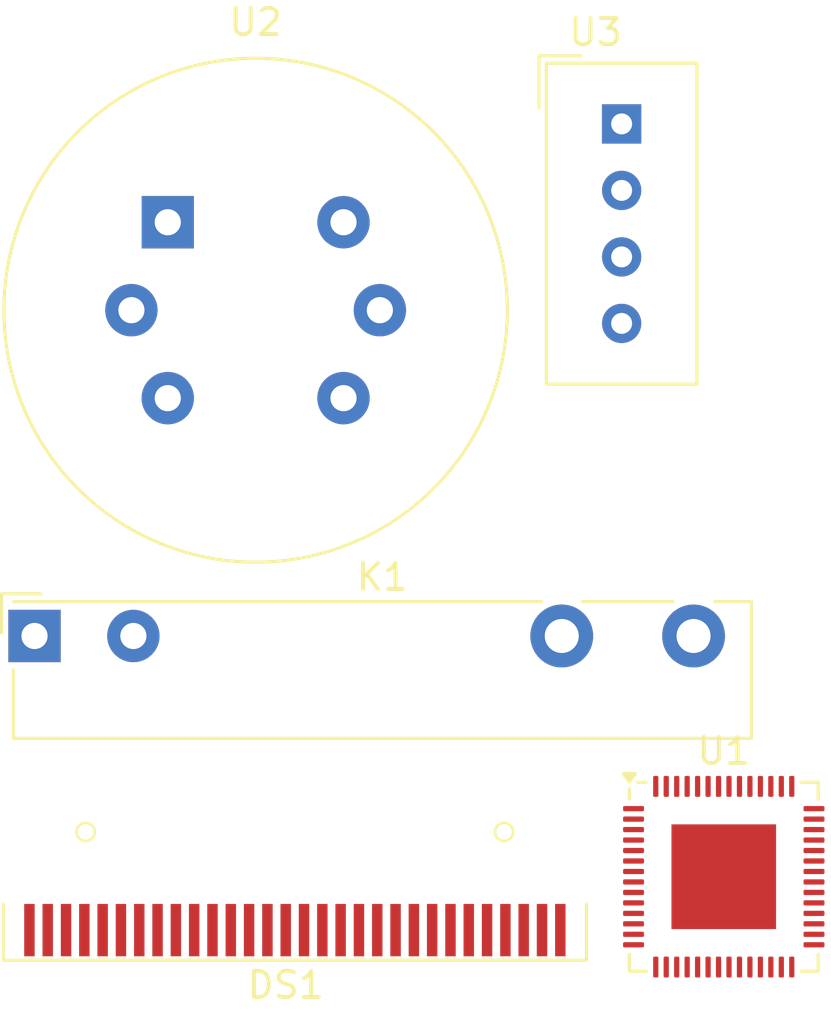
<source format=kicad_pcb>
(kicad_pcb (version 20240108) (generator "pcbnew") (generator_version "8.0")
  (layers (0 "F.Cu" signal) (31 "B.Cu" signal) (34 "B.Paste" user) (35 "F.Paste" user) (36 "B.SilkS" user "B.Silkscreen") (37 "F.SilkS" user "F.Silkscreen") (38 "B.Mask" user) (39 "F.Mask" user) (44 "Edge.Cuts" user))
  (net 0 "")
  (net 1 "Net-(DS1-VSS)")
  (net 18 "Net-(U1-GND)")
  (net 27 "Net-(DS1-VLSS)")
  (net 30 "Net-(U1-GPIO10)")
  (net 38 "Net-(U1-VDD3P3-Pad2)")
  (net 42 "Net-(U1-LNA_IN)")
  (net 64 "Net-(U1-MTDI)")
  (footprint "Display:OLED-128O064D" (layer "F.Cu") (at 104.65 97.94)
    (property "Reference" "DS1" (at -0.35 2.1 0) (layer "F.SilkS"))
    (property "Value" "OLED-128O064D")
    (fp_line (start -11.15 -1) (end -11.15 1.15) (stroke (width 0.12)) (layer "F.SilkS"))
    (fp_line (start -11.15 1.15) (end 11.15 1.15) (stroke (width 0.12)) (layer "F.SilkS"))
    (fp_line (start 11.15 1.15) (end 11.15 -1) (stroke (width 0.12)) (layer "F.SilkS"))
    (fp_circle (center -8 -3.75) (end -7.65 -3.75) (stroke (width 0.1)) (fill none) (layer "F.SilkS"))
    (fp_circle (center 8 -3.75) (end 8.35 -3.75) (stroke (width 0.1)) (fill none) (layer "F.SilkS"))
    (pad "1" smd rect (at -10.15 0) (size 0.4 2) (layers "F.Cu" "F.Paste" "F.Mask") (net 18 "Net-(U1-GND)"))
    (pad "2" smd rect (at -9.45 0) (size 0.4 2) (layers "F.Cu" "F.Paste" "F.Mask"))
    (pad "3" smd rect (at -8.75 0) (size 0.4 2) (layers "F.Cu" "F.Paste" "F.Mask"))
    (pad "4" smd rect (at -8.05 0) (size 0.4 2) (layers "F.Cu" "F.Paste" "F.Mask"))
    (pad "5" smd rect (at -7.35 0) (size 0.4 2) (layers "F.Cu" "F.Paste" "F.Mask"))
    (pad "6" smd rect (at -6.65 0) (size 0.4 2) (layers "F.Cu" "F.Paste" "F.Mask"))
    (pad "7" smd rect (at -5.95 0) (size 0.4 2) (layers "F.Cu" "F.Paste" "F.Mask"))
    (pad "8" smd rect (at -5.25 0) (size 0.4 2) (layers "F.Cu" "F.Paste" "F.Mask") (net 1 "Net-(DS1-VSS)"))
    (pad "9" smd rect (at -4.55 0) (size 0.4 2) (layers "F.Cu" "F.Paste" "F.Mask"))
    (pad "10" smd rect (at -3.85 0) (size 0.4 2) (layers "F.Cu" "F.Paste" "F.Mask"))
    (pad "11" smd rect (at -3.15 0) (size 0.4 2) (layers "F.Cu" "F.Paste" "F.Mask"))
    (pad "12" smd rect (at -2.45 0) (size 0.4 2) (layers "F.Cu" "F.Paste" "F.Mask"))
    (pad "13" smd rect (at -1.75 0) (size 0.4 2) (layers "F.Cu" "F.Paste" "F.Mask"))
    (pad "14" smd rect (at -1.05 0) (size 0.4 2) (layers "F.Cu" "F.Paste" "F.Mask"))
    (pad "15" smd rect (at -0.35 0) (size 0.4 2) (layers "F.Cu" "F.Paste" "F.Mask"))
    (pad "16" smd rect (at 0.35 0) (size 0.4 2) (layers "F.Cu" "F.Paste" "F.Mask"))
    (pad "17" smd rect (at 1.05 0) (size 0.4 2) (layers "F.Cu" "F.Paste" "F.Mask"))
    (pad "18" smd rect (at 1.75 0) (size 0.4 2) (layers "F.Cu" "F.Paste" "F.Mask"))
    (pad "19" smd rect (at 2.45 0) (size 0.4 2) (layers "F.Cu" "F.Paste" "F.Mask"))
    (pad "20" smd rect (at 3.15 0) (size 0.4 2) (layers "F.Cu" "F.Paste" "F.Mask"))
    (pad "21" smd rect (at 3.85 0) (size 0.4 2) (layers "F.Cu" "F.Paste" "F.Mask"))
    (pad "22" smd rect (at 4.55 0) (size 0.4 2) (layers "F.Cu" "F.Paste" "F.Mask"))
    (pad "23" smd rect (at 5.25 0) (size 0.4 2) (layers "F.Cu" "F.Paste" "F.Mask"))
    (pad "24" smd rect (at 5.95 0) (size 0.4 2) (layers "F.Cu" "F.Paste" "F.Mask"))
    (pad "25" smd rect (at 6.65 0) (size 0.4 2) (layers "F.Cu" "F.Paste" "F.Mask"))
    (pad "26" smd rect (at 7.35 0) (size 0.4 2) (layers "F.Cu" "F.Paste" "F.Mask"))
    (pad "27" smd rect (at 8.05 0) (size 0.4 2) (layers "F.Cu" "F.Paste" "F.Mask"))
    (pad "28" smd rect (at 8.75 0) (size 0.4 2) (layers "F.Cu" "F.Paste" "F.Mask"))
    (pad "29" smd rect (at 9.45 0) (size 0.4 2) (layers "F.Cu" "F.Paste" "F.Mask") (net 27 "Net-(DS1-VLSS)"))
    (pad "30" smd rect (at 10.15 0) (size 0.4 2) (layers "F.Cu" "F.Paste" "F.Mask") (net 18 "Net-(U1-GND)"))
  )
  (footprint "Package_DFN_QFN:QFN-56-1EP_7x7mm_P0.4mm_EP4x4mm" (layer "F.Cu") (at 121.05 95.9)
    (property "Reference" "U1" (at 0 -4.8 0) (layer "F.SilkS"))
    (property "Value" "ESP32-S3")
    (fp_line (start -3.61 -2.96) (end -3.61 -3.37) (stroke (width 0.12)) (layer "F.SilkS"))
    (fp_line (start -3.61 3.61) (end -3.61 2.96) (stroke (width 0.12)) (layer "F.SilkS"))
    (fp_line (start -2.96 -3.61) (end -3.31 -3.61) (stroke (width 0.12)) (layer "F.SilkS"))
    (fp_line (start -2.96 3.61) (end -3.61 3.61) (stroke (width 0.12)) (layer "F.SilkS"))
    (fp_line (start 2.96 -3.61) (end 3.61 -3.61) (stroke (width 0.12)) (layer "F.SilkS"))
    (fp_line (start 2.96 3.61) (end 3.61 3.61) (stroke (width 0.12)) (layer "F.SilkS"))
    (fp_line (start 3.61 -3.61) (end 3.61 -2.96) (stroke (width 0.12)) (layer "F.SilkS"))
    (fp_line (start 3.61 3.61) (end 3.61 2.96) (stroke (width 0.12)) (layer "F.SilkS"))
    (fp_poly (pts (xy -3.61 -3.61) (xy -3.85 -3.94) (xy -3.37 -3.94) (xy -3.61 -3.61)) (stroke (width 0.12)) (fill solid) (layer "F.SilkS"))
    (pad "1" smd roundrect (at -3.45 -2.6) (size 0.8 0.2) (layers "F.Cu" "F.Paste" "F.Mask") (net 42 "Net-(U1-LNA_IN)"))
    (pad "2" smd roundrect (at -3.45 -2.2) (size 0.8 0.2) (layers "F.Cu" "F.Paste" "F.Mask") (net 38 "Net-(U1-VDD3P3-Pad2)"))
    (pad "3" smd roundrect (at -3.45 -1.8) (size 0.8 0.2) (layers "F.Cu" "F.Paste" "F.Mask") (net 38 "Net-(U1-VDD3P3-Pad2)"))
    (pad "4" smd roundrect (at -3.45 -1.4) (size 0.8 0.2) (layers "F.Cu" "F.Paste" "F.Mask"))
    (pad "5" smd roundrect (at -3.45 -1) (size 0.8 0.2) (layers "F.Cu" "F.Paste" "F.Mask"))
    (pad "6" smd roundrect (at -3.45 -0.6) (size 0.8 0.2) (layers "F.Cu" "F.Paste" "F.Mask"))
    (pad "7" smd roundrect (at -3.45 -0.2) (size 0.8 0.2) (layers "F.Cu" "F.Paste" "F.Mask"))
    (pad "8" smd roundrect (at -3.45 0.2) (size 0.8 0.2) (layers "F.Cu" "F.Paste" "F.Mask"))
    (pad "9" smd roundrect (at -3.45 0.6) (size 0.8 0.2) (layers "F.Cu" "F.Paste" "F.Mask"))
    (pad "10" smd roundrect (at -3.45 1) (size 0.8 0.2) (layers "F.Cu" "F.Paste" "F.Mask"))
    (pad "11" smd roundrect (at -3.45 1.4) (size 0.8 0.2) (layers "F.Cu" "F.Paste" "F.Mask"))
    (pad "12" smd roundrect (at -3.45 1.8) (size 0.8 0.2) (layers "F.Cu" "F.Paste" "F.Mask"))
    (pad "13" smd roundrect (at -3.45 2.2) (size 0.8 0.2) (layers "F.Cu" "F.Paste" "F.Mask"))
    (pad "14" smd roundrect (at -3.45 2.6) (size 0.8 0.2) (layers "F.Cu" "F.Paste" "F.Mask"))
    (pad "15" smd roundrect (at -2.6 3.45) (size 0.2 0.8) (layers "F.Cu" "F.Paste" "F.Mask") (net 30 "Net-(U1-GPIO10)"))
    (pad "16" smd roundrect (at -2.2 3.45) (size 0.2 0.8) (layers "F.Cu" "F.Paste" "F.Mask"))
    (pad "17" smd roundrect (at -1.8 3.45) (size 0.2 0.8) (layers "F.Cu" "F.Paste" "F.Mask"))
    (pad "18" smd roundrect (at -1.4 3.45) (size 0.2 0.8) (layers "F.Cu" "F.Paste" "F.Mask"))
    (pad "19" smd roundrect (at -1 3.45) (size 0.2 0.8) (layers "F.Cu" "F.Paste" "F.Mask"))
    (pad "20" smd roundrect (at -0.6 3.45) (size 0.2 0.8) (layers "F.Cu" "F.Paste" "F.Mask"))
    (pad "21" smd roundrect (at -0.2 3.45) (size 0.2 0.8) (layers "F.Cu" "F.Paste" "F.Mask"))
    (pad "22" smd roundrect (at 0.2 3.45) (size 0.2 0.8) (layers "F.Cu" "F.Paste" "F.Mask"))
    (pad "23" smd roundrect (at 0.6 3.45) (size 0.2 0.8) (layers "F.Cu" "F.Paste" "F.Mask"))
    (pad "24" smd roundrect (at 1 3.45) (size 0.2 0.8) (layers "F.Cu" "F.Paste" "F.Mask"))
    (pad "25" smd roundrect (at 1.4 3.45) (size 0.2 0.8) (layers "F.Cu" "F.Paste" "F.Mask"))
    (pad "26" smd roundrect (at 1.8 3.45) (size 0.2 0.8) (layers "F.Cu" "F.Paste" "F.Mask"))
    (pad "27" smd roundrect (at 2.2 3.45) (size 0.2 0.8) (layers "F.Cu" "F.Paste" "F.Mask"))
    (pad "28" smd roundrect (at 2.6 3.45) (size 0.2 0.8) (layers "F.Cu" "F.Paste" "F.Mask"))
    (pad "29" smd roundrect (at 3.45 2.6) (size 0.8 0.2) (layers "F.Cu" "F.Paste" "F.Mask"))
    (pad "30" smd roundrect (at 3.45 2.2) (size 0.8 0.2) (layers "F.Cu" "F.Paste" "F.Mask"))
    (pad "31" smd roundrect (at 3.45 1.8) (size 0.8 0.2) (layers "F.Cu" "F.Paste" "F.Mask"))
    (pad "32" smd roundrect (at 3.45 1.4) (size 0.8 0.2) (layers "F.Cu" "F.Paste" "F.Mask"))
    (pad "33" smd roundrect (at 3.45 1) (size 0.8 0.2) (layers "F.Cu" "F.Paste" "F.Mask"))
    (pad "34" smd roundrect (at 3.45 0.6) (size 0.8 0.2) (layers "F.Cu" "F.Paste" "F.Mask"))
    (pad "35" smd roundrect (at 3.45 0.2) (size 0.8 0.2) (layers "F.Cu" "F.Paste" "F.Mask"))
    (pad "36" smd roundrect (at 3.45 -0.2) (size 0.8 0.2) (layers "F.Cu" "F.Paste" "F.Mask"))
    (pad "37" smd roundrect (at 3.45 -0.6) (size 0.8 0.2) (layers "F.Cu" "F.Paste" "F.Mask"))
    (pad "38" smd roundrect (at 3.45 -1) (size 0.8 0.2) (layers "F.Cu" "F.Paste" "F.Mask"))
    (pad "39" smd roundrect (at 3.45 -1.4) (size 0.8 0.2) (layers "F.Cu" "F.Paste" "F.Mask"))
    (pad "40" smd roundrect (at 3.45 -1.8) (size 0.8 0.2) (layers "F.Cu" "F.Paste" "F.Mask"))
    (pad "41" smd roundrect (at 3.45 -2.2) (size 0.8 0.2) (layers "F.Cu" "F.Paste" "F.Mask"))
    (pad "42" smd roundrect (at 3.45 -2.6) (size 0.8 0.2) (layers "F.Cu" "F.Paste" "F.Mask"))
    (pad "43" smd roundrect (at 2.6 -3.45) (size 0.2 0.8) (layers "F.Cu" "F.Paste" "F.Mask") (net 27 "Net-(DS1-VLSS)"))
    (pad "44" smd roundrect (at 2.2 -3.45) (size 0.2 0.8) (layers "F.Cu" "F.Paste" "F.Mask") (net 1 "Net-(DS1-VSS)"))
    (pad "45" smd roundrect (at 1.8 -3.45) (size 0.2 0.8) (layers "F.Cu" "F.Paste" "F.Mask") (net 27 "Net-(DS1-VLSS)"))
    (pad "46" smd roundrect (at 1.4 -3.45) (size 0.2 0.8) (layers "F.Cu" "F.Paste" "F.Mask"))
    (pad "47" smd roundrect (at 1 -3.45) (size 0.2 0.8) (layers "F.Cu" "F.Paste" "F.Mask") (net 64 "Net-(U1-MTDI)"))
    (pad "48" smd roundrect (at 0.6 -3.45) (size 0.2 0.8) (layers "F.Cu" "F.Paste" "F.Mask"))
    (pad "49" smd roundrect (at 0.2 -3.45) (size 0.2 0.8) (layers "F.Cu" "F.Paste" "F.Mask"))
    (pad "50" smd roundrect (at -0.2 -3.45) (size 0.2 0.8) (layers "F.Cu" "F.Paste" "F.Mask"))
    (pad "51" smd roundrect (at -0.6 -3.45) (size 0.2 0.8) (layers "F.Cu" "F.Paste" "F.Mask"))
    (pad "52" smd roundrect (at -1 -3.45) (size 0.2 0.8) (layers "F.Cu" "F.Paste" "F.Mask"))
    (pad "53" smd roundrect (at -1.4 -3.45) (size 0.2 0.8) (layers "F.Cu" "F.Paste" "F.Mask"))
    (pad "54" smd roundrect (at -1.8 -3.45) (size 0.2 0.8) (layers "F.Cu" "F.Paste" "F.Mask"))
    (pad "55" smd roundrect (at -2.2 -3.45) (size 0.2 0.8) (layers "F.Cu" "F.Paste" "F.Mask") (net 30 "Net-(U1-GPIO10)"))
    (pad "56" smd roundrect (at -2.6 -3.45) (size 0.2 0.8) (layers "F.Cu" "F.Paste" "F.Mask") (net 30 "Net-(U1-GPIO10)"))
    (pad "57" smd rect (at 0 0) (size 4 4) (property pad_prop_heatsink) (layers "F.Cu" "F.Mask") (net 18 "Net-(U1-GND)"))
  )
  (footprint "Relay_THT:Relay_SPST-NO_Fujitsu_FTR-LYAA005x_FormA_Vertical" (layer "F.Cu") (at 94.695 86.705)
    (property "Reference" "K1" (at 13.3 -2.25 0) (layer "F.SilkS"))
    (property "Value" "Fujitsu_FTR-LYAA005x")
    (fp_line (start -1.26 -1.61) (end 0.24 -1.61) (stroke (width 0.12)) (layer "F.SilkS"))
    (fp_line (start -1.26 -0.11) (end -1.26 -1.61) (stroke (width 0.12)) (layer "F.SilkS"))
    (fp_line (start -0.81 3.91) (end -0.81 1.3) (stroke (width 0.12)) (layer "F.SilkS"))
    (fp_line (start -0.81 3.91) (end 27.41 3.91) (stroke (width 0.12)) (layer "F.SilkS"))
    (fp_line (start 19.4 -1.31) (end -0.81 -1.31) (stroke (width 0.12)) (layer "F.SilkS"))
    (fp_line (start 20.94 -1.31) (end 24.42 -1.31) (stroke (width 0.12)) (layer "F.SilkS"))
    (fp_line (start 26 -1.31) (end 27.41 -1.31) (stroke (width 0.12)) (layer "F.SilkS"))
    (fp_line (start 27.41 3.91) (end 27.41 -1.31) (stroke (width 0.12)) (layer "F.SilkS"))
    (pad "13" thru_hole circle (at 20.16 0) (size 2.4 2.4) (drill 1.3) (layers "*.Cu" "*.Mask") (net 27 "Net-(DS1-VLSS)"))
    (pad "14" thru_hole circle (at 25.2 0) (size 2.4 2.4) (drill 1.3) (layers "*.Cu" "*.Mask") (net 30 "Net-(U1-GPIO10)"))
    (pad "A1" thru_hole rect (at 0 0) (size 2 2) (drill 1) (layers "*.Cu" "*.Mask") (net 30 "Net-(U1-GPIO10)"))
    (pad "A2" thru_hole circle (at 3.78 0) (size 2 2) (drill 1) (layers "*.Cu" "*.Mask") (net 27 "Net-(DS1-VLSS)"))
  )
  (footprint "Sensor:MQ-6" (layer "F.Cu") (at 99.79 70.9)
    (property "Reference" "U2" (at 3.36 -7.64 0) (layer "F.SilkS"))
    (property "Value" "MQ-6")
    (fp_circle (center 3.36 3.36) (end 12.985 3.36) (stroke (width 0.12)) (fill none) (layer "F.SilkS"))
    (pad "1" thru_hole rect (at 0 0) (size 2 2) (drill 1) (layers "*.Cu" "*.Mask"))
    (pad "2" thru_hole circle (at -1.39 3.36) (size 2 2) (drill 1) (layers "*.Cu" "*.Mask"))
    (pad "3" thru_hole circle (at 0 6.72 90) (size 2 2) (drill 1) (layers "*.Cu" "*.Mask"))
    (pad "4" thru_hole circle (at 6.72 6.72 180) (size 2 2) (drill 1) (layers "*.Cu" "*.Mask"))
    (pad "5" thru_hole circle (at 8.11 3.36) (size 2 2) (drill 1) (layers "*.Cu" "*.Mask") (net 27 "Net-(DS1-VLSS)"))
    (pad "6" thru_hole circle (at 6.72 0 270) (size 2 2) (drill 1) (layers "*.Cu" "*.Mask"))
  )
  (footprint "Sensor:Aosong_DHT11_5.5x12.0_P2.54mm" (layer "F.Cu") (at 117.145 67.145)
    (property "Reference" "U3" (at -1 -3.5 0) (layer "F.SilkS"))
    (property "Value" "DHT11")
    (fp_line (start -3.16 -2.6) (end -3.16 -0.6) (stroke (width 0.12)) (layer "F.SilkS"))
    (fp_line (start -3.16 -2.6) (end -1.55 -2.6) (stroke (width 0.12)) (layer "F.SilkS"))
    (fp_line (start -2.88 9.94) (end -2.88 -2.31) (stroke (width 0.12)) (layer "F.SilkS"))
    (fp_line (start -2.87 -2.32) (end 2.87 -2.32) (stroke (width 0.12)) (layer "F.SilkS"))
    (fp_line (start 2.88 -2.32) (end 2.88 9.94) (stroke (width 0.12)) (layer "F.SilkS"))
    (fp_line (start 2.88 9.94) (end -2.88 9.94) (stroke (width 0.12)) (layer "F.SilkS"))
    (pad "1" thru_hole rect (at 0 0) (size 1.5 1.5) (drill 0.8) (layers "*.Cu" "*.Mask"))
    (pad "2" thru_hole circle (at 0 2.54) (size 1.5 1.5) (drill 0.8) (layers "*.Cu" "*.Mask"))
    (pad "3" thru_hole circle (at 0 5.08) (size 1.5 1.5) (drill 0.8) (layers "*.Cu" "*.Mask"))
    (pad "4" thru_hole circle (at 0 7.62) (size 1.5 1.5) (drill 0.8) (layers "*.Cu" "*.Mask") (net 18 "Net-(U1-GND)"))
  )
)
</source>
